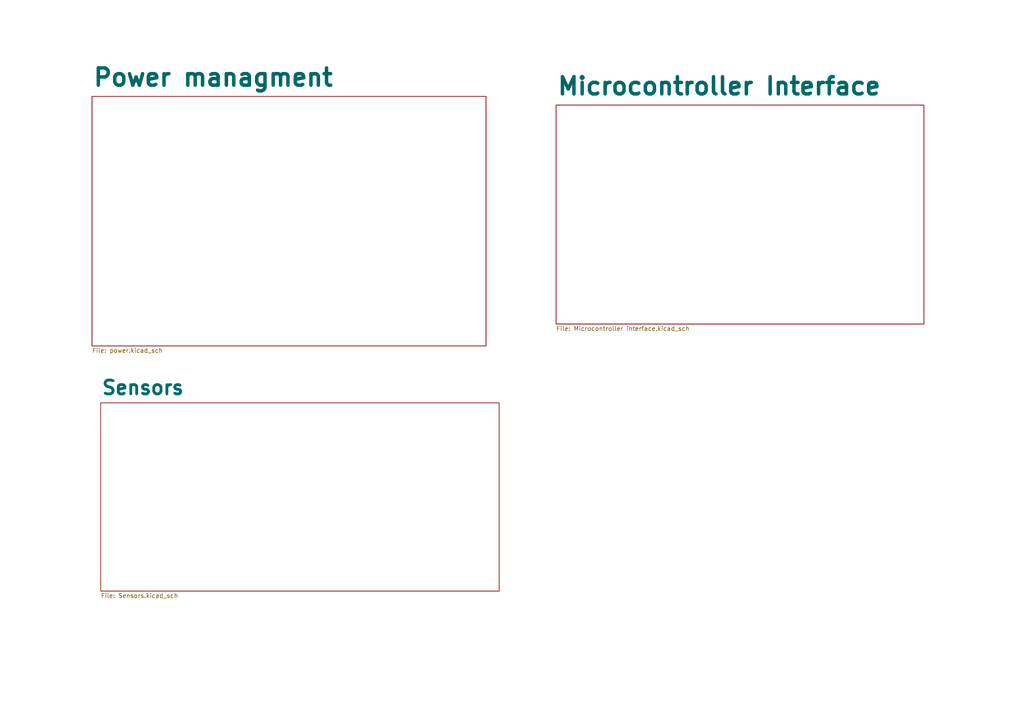
<source format=kicad_sch>
(kicad_sch (version 20230121) (generator eeschema)
  (paper "A4")
  (lib_symbols)
  (sheet (at 26.67 27.94) (size 114.3 72.39) (stroke (width 0.1524))
    (property "Sheetname" "Power managment" (at 26.67 25.3634 0) (effects (font (size 5 5) bold) (justify left bottom)))
    (property "Sheetfile" "power.kicad_sch" (at 26.67 100.9146 0) (effects (justify left top)))
  )
  (sheet (at 29.21 116.84) (size 115.57 54.61) (stroke (width 0.1524))
    (property "Sheetname" "Sensors" (at 29.21 114.7634 0) (effects (font (size 4 4) bold) (justify left bottom)))
    (property "Sheetfile" "Sensors.kicad_sch" (at 29.21 172.0346 0) (effects (justify left top)))
  )
  (sheet (at 161.29 30.48) (size 106.68 63.5) (stroke (width 0.1524))
    (property "Sheetname" "Microcontroller Interface" (at 161.29 27.9034 0) (effects (font (size 5 5) bold) (justify left bottom)))
    (property "Sheetfile" "Microcontroller interface.kicad_sch" (at 161.29 94.5646 0) (effects (justify left top)))
  )
)
</source>
